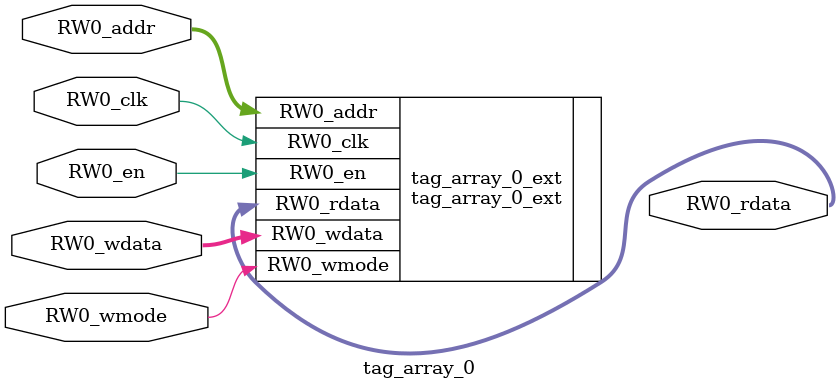
<source format=sv>
`ifndef RANDOMIZE
  `ifdef RANDOMIZE_REG_INIT
    `define RANDOMIZE
  `endif // RANDOMIZE_REG_INIT
`endif // not def RANDOMIZE
`ifndef RANDOMIZE
  `ifdef RANDOMIZE_MEM_INIT
    `define RANDOMIZE
  `endif // RANDOMIZE_MEM_INIT
`endif // not def RANDOMIZE

`ifndef RANDOM
  `define RANDOM $random
`endif // not def RANDOM

// Users can define 'PRINTF_COND' to add an extra gate to prints.
`ifndef PRINTF_COND_
  `ifdef PRINTF_COND
    `define PRINTF_COND_ (`PRINTF_COND)
  `else  // PRINTF_COND
    `define PRINTF_COND_ 1
  `endif // PRINTF_COND
`endif // not def PRINTF_COND_

// Users can define 'ASSERT_VERBOSE_COND' to add an extra gate to assert error printing.
`ifndef ASSERT_VERBOSE_COND_
  `ifdef ASSERT_VERBOSE_COND
    `define ASSERT_VERBOSE_COND_ (`ASSERT_VERBOSE_COND)
  `else  // ASSERT_VERBOSE_COND
    `define ASSERT_VERBOSE_COND_ 1
  `endif // ASSERT_VERBOSE_COND
`endif // not def ASSERT_VERBOSE_COND_

// Users can define 'STOP_COND' to add an extra gate to stop conditions.
`ifndef STOP_COND_
  `ifdef STOP_COND
    `define STOP_COND_ (`STOP_COND)
  `else  // STOP_COND
    `define STOP_COND_ 1
  `endif // STOP_COND
`endif // not def STOP_COND_

// Users can define INIT_RANDOM as general code that gets injected into the
// initializer block for modules with registers.
`ifndef INIT_RANDOM
  `define INIT_RANDOM
`endif // not def INIT_RANDOM

// If using random initialization, you can also define RANDOMIZE_DELAY to
// customize the delay used, otherwise 0.002 is used.
`ifndef RANDOMIZE_DELAY
  `define RANDOMIZE_DELAY 0.002
`endif // not def RANDOMIZE_DELAY

// Define INIT_RANDOM_PROLOG_ for use in our modules below.
`ifndef INIT_RANDOM_PROLOG_
  `ifdef RANDOMIZE
    `ifdef VERILATOR
      `define INIT_RANDOM_PROLOG_ `INIT_RANDOM
    `else  // VERILATOR
      `define INIT_RANDOM_PROLOG_ `INIT_RANDOM #`RANDOMIZE_DELAY begin end
    `endif // VERILATOR
  `else  // RANDOMIZE
    `define INIT_RANDOM_PROLOG_
  `endif // RANDOMIZE
`endif // not def INIT_RANDOM_PROLOG_

module tag_array_0(	// @[DescribedSRAM.scala:17:26]
  input  [5:0]  RW0_addr,
  input         RW0_en,
                RW0_clk,
                RW0_wmode,
  input  [21:0] RW0_wdata,
  output [21:0] RW0_rdata
);

  tag_array_0_ext tag_array_0_ext (	// @[DescribedSRAM.scala:17:26]
    .RW0_addr  (RW0_addr),
    .RW0_en    (RW0_en),
    .RW0_clk   (RW0_clk),
    .RW0_wmode (RW0_wmode),
    .RW0_wdata (RW0_wdata),
    .RW0_rdata (RW0_rdata)
  );
endmodule


</source>
